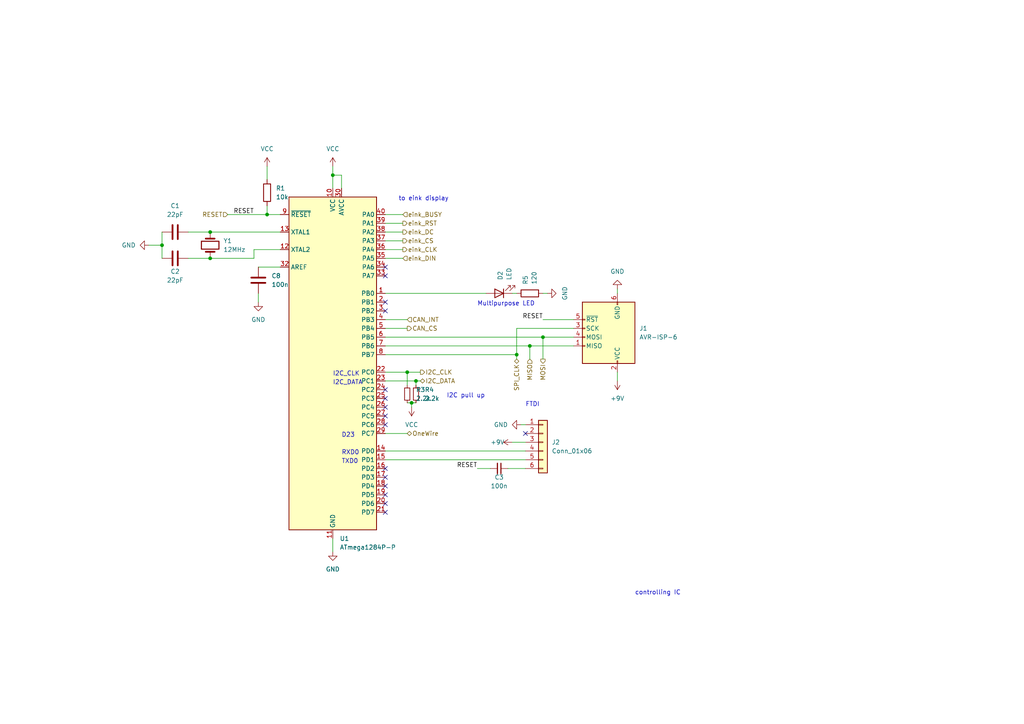
<source format=kicad_sch>
(kicad_sch (version 20211123) (generator eeschema)
  (paper "A4")
  (lib_symbols
    (symbol "Connector:AVR-ISP-6" (pin_names (offset 1.016))
      (property "Reference" "J" (at -6.35 11.43 0))
      (property "Value" "AVR-ISP-6" (at 0 11.43 0))
      (symbol "AVR-ISP-6_0_1"
        (rectangle (start -2.667 -6.858) (end -2.413 -7.62))
        (rectangle (start -2.667 10.16) (end -2.413 9.398))
        (rectangle (start 7.62 -2.413) (end 6.858 -2.667))
        (rectangle (start 7.62 0.127) (end 6.858 -0.127))
        (rectangle (start 7.62 2.667) (end 6.858 2.413))
        (rectangle (start 7.62 5.207) (end 6.858 4.953))
        (rectangle (start 7.62 10.16) (end -7.62 -7.62) (stroke (width 0.254)) (fill (type background)))
      )
      (symbol "AVR-ISP-6_1_1"
        (pin passive line (at 10.16 5.08 180) (length 2.54) (name "MISO") (number "1"))
        (pin passive line (at -2.54 12.7 270) (length 2.54) (name "VCC") (number "2"))
        (pin passive line (at 10.16 0 180) (length 2.54) (name "SCK") (number "3"))
        (pin passive line (at 10.16 2.54 180) (length 2.54) (name "MOSI") (number "4"))
        (pin passive line (at 10.16 -2.54 180) (length 2.54) (name "~{RST}") (number "5"))
        (pin passive line (at -2.54 -10.16 90) (length 2.54) (name "GND") (number "6"))
      )
    )
    (symbol "Connector_Generic:Conn_01x06" (pin_names (offset 1.016) hide)
      (property "Reference" "J" (at 0 7.62 0))
      (property "Value" "Conn_01x06" (at 0 -10.16 0))
      (symbol "Conn_01x06_1_1"
        (rectangle (start -1.27 -7.493) (end 0 -7.747) (stroke (width 0.1524)))
        (rectangle (start -1.27 -4.953) (end 0 -5.207) (stroke (width 0.1524)))
        (rectangle (start -1.27 -2.413) (end 0 -2.667) (stroke (width 0.1524)))
        (rectangle (start -1.27 0.127) (end 0 -0.127) (stroke (width 0.1524)))
        (rectangle (start -1.27 2.667) (end 0 2.413) (stroke (width 0.1524)))
        (rectangle (start -1.27 5.207) (end 0 4.953) (stroke (width 0.1524)))
        (rectangle (start -1.27 6.35) (end 1.27 -8.89) (stroke (width 0.254)) (fill (type background)))
        (pin passive line (at -5.08 5.08 0) (length 3.81) (name "Pin_1") (number "1"))
        (pin passive line (at -5.08 2.54 0) (length 3.81) (name "Pin_2") (number "2"))
        (pin passive line (at -5.08 0 0) (length 3.81) (name "Pin_3") (number "3"))
        (pin passive line (at -5.08 -2.54 0) (length 3.81) (name "Pin_4") (number "4"))
        (pin passive line (at -5.08 -5.08 0) (length 3.81) (name "Pin_5") (number "5"))
        (pin passive line (at -5.08 -7.62 0) (length 3.81) (name "Pin_6") (number "6"))
      )
    )
    (symbol "Device:C" (pin_numbers hide) (pin_names (offset 0.254))
      (property "Reference" "C" (at 0.635 2.54 0))
      (property "Value" "C" (at 0.635 -2.54 0))
      (symbol "C_0_1"
        (polyline (pts (xy -2.032 -0.762) (xy 2.032 -0.762)) (stroke (width 0.508)))
        (polyline (pts (xy -2.032 0.762) (xy 2.032 0.762)) (stroke (width 0.508)))
      )
      (symbol "C_1_1"
        (pin passive line (at 0 3.81 270) (length 2.794) (name "~") (number "1"))
        (pin passive line (at 0 -3.81 90) (length 2.794) (name "~") (number "2"))
      )
    )
    (symbol "Device:C_Small" (pin_numbers hide) (pin_names (offset 0.254) hide)
      (property "Reference" "C" (at 0.254 1.778 0))
      (property "Value" "C_Small" (at 0.254 -2.032 0))
      (symbol "C_Small_0_1"
        (polyline (pts (xy -1.524 -0.508) (xy 1.524 -0.508)) (stroke (width 0.3302)))
        (polyline (pts (xy -1.524 0.508) (xy 1.524 0.508)) (stroke (width 0.3048)))
      )
      (symbol "C_Small_1_1"
        (pin passive line (at 0 2.54 270) (length 2.032) (name "~") (number "1"))
        (pin passive line (at 0 -2.54 90) (length 2.032) (name "~") (number "2"))
      )
    )
    (symbol "Device:Crystal" (pin_numbers hide) (pin_names (offset 1.016) hide)
      (property "Reference" "Y" (at 0 3.81 0))
      (property "Value" "Crystal" (at 0 -3.81 0))
      (symbol "Crystal_0_1"
        (rectangle (start -1.143 2.54) (end 1.143 -2.54) (stroke (width 0.3048)))
        (polyline (pts (xy -2.54 0) (xy -1.905 0)))
        (polyline (pts (xy -1.905 -1.27) (xy -1.905 1.27)) (stroke (width 0.508)))
        (polyline (pts (xy 1.905 -1.27) (xy 1.905 1.27)) (stroke (width 0.508)))
        (polyline (pts (xy 2.54 0) (xy 1.905 0)))
      )
      (symbol "Crystal_1_1"
        (pin passive line (at -3.81 0 0) (length 1.27) (name "1") (number "1"))
        (pin passive line (at 3.81 0 180) (length 1.27) (name "2") (number "2"))
      )
    )
    (symbol "Device:LED" (pin_numbers hide) (pin_names (offset 1.016) hide)
      (property "Reference" "D" (at 0 2.54 0))
      (property "Value" "LED" (at 0 -2.54 0))
      (symbol "LED_0_1"
        (polyline (pts (xy -1.27 -1.27) (xy -1.27 1.27)) (stroke (width 0.254)))
        (polyline (pts (xy -1.27 0) (xy 1.27 0)))
        (polyline (pts (xy 1.27 -1.27) (xy 1.27 1.27) (xy -1.27 0) (xy 1.27 -1.27)) (stroke (width 0.254)))
        (polyline (pts (xy -3.048 -0.762) (xy -4.572 -2.286) (xy -3.81 -2.286) (xy -4.572 -2.286) (xy -4.572 -1.524)))
        (polyline (pts (xy -1.778 -0.762) (xy -3.302 -2.286) (xy -2.54 -2.286) (xy -3.302 -2.286) (xy -3.302 -1.524)))
      )
      (symbol "LED_1_1"
        (pin passive line (at -3.81 0 0) (length 2.54) (name "K") (number "1"))
        (pin passive line (at 3.81 0 180) (length 2.54) (name "A") (number "2"))
      )
    )
    (symbol "Device:R" (pin_numbers hide) (pin_names (offset 0))
      (property "Reference" "R" (at 2.032 0 90))
      (property "Value" "R" (at 0 0 90))
      (symbol "R_0_1"
        (rectangle (start -1.016 -2.54) (end 1.016 2.54) (stroke (width 0.254)))
      )
      (symbol "R_1_1"
        (pin passive line (at 0 3.81 270) (length 1.27) (name "~") (number "1"))
        (pin passive line (at 0 -3.81 90) (length 1.27) (name "~") (number "2"))
      )
    )
    (symbol "Device:R_Small" (pin_numbers hide) (pin_names (offset 0.254) hide)
      (property "Reference" "R" (at 0.762 0.508 0))
      (property "Value" "R_Small" (at 0.762 -1.016 0))
      (symbol "R_Small_0_1"
        (rectangle (start -0.762 1.778) (end 0.762 -1.778) (stroke (width 0.2032)))
      )
      (symbol "R_Small_1_1"
        (pin passive line (at 0 2.54 270) (length 0.762) (name "~") (number "1"))
        (pin passive line (at 0 -2.54 90) (length 0.762) (name "~") (number "2"))
      )
    )
    (symbol "MCU_Microchip_ATmega:ATmega1284P-P"
      (property "Reference" "U" (at -12.7 49.53 0))
      (property "Value" "ATmega1284P-P" (at 2.54 -49.53 0))
      (symbol "ATmega1284P-P_0_1"
        (rectangle (start -12.7 -48.26) (end 12.7 48.26) (stroke (width 0.254)) (fill (type background)))
      )
      (symbol "ATmega1284P-P_1_1"
        (pin bidirectional line (at 15.24 20.32 180) (length 2.54) (name "PB0") (number "1"))
        (pin power_in line (at 0 50.8 270) (length 2.54) (name "VCC") (number "10"))
        (pin power_in line (at 0 -50.8 90) (length 2.54) (name "GND") (number "11"))
        (pin output line (at -15.24 33.02 0) (length 2.54) (name "XTAL2") (number "12"))
        (pin input line (at -15.24 38.1 0) (length 2.54) (name "XTAL1") (number "13"))
        (pin bidirectional line (at 15.24 -25.4 180) (length 2.54) (name "PD0") (number "14"))
        (pin bidirectional line (at 15.24 -27.94 180) (length 2.54) (name "PD1") (number "15"))
        (pin bidirectional line (at 15.24 -30.48 180) (length 2.54) (name "PD2") (number "16"))
        (pin bidirectional line (at 15.24 -33.02 180) (length 2.54) (name "PD3") (number "17"))
        (pin bidirectional line (at 15.24 -35.56 180) (length 2.54) (name "PD4") (number "18"))
        (pin bidirectional line (at 15.24 -38.1 180) (length 2.54) (name "PD5") (number "19"))
        (pin bidirectional line (at 15.24 17.78 180) (length 2.54) (name "PB1") (number "2"))
        (pin bidirectional line (at 15.24 -40.64 180) (length 2.54) (name "PD6") (number "20"))
        (pin bidirectional line (at 15.24 -43.18 180) (length 2.54) (name "PD7") (number "21"))
        (pin bidirectional line (at 15.24 -2.54 180) (length 2.54) (name "PC0") (number "22"))
        (pin bidirectional line (at 15.24 -5.08 180) (length 2.54) (name "PC1") (number "23"))
        (pin bidirectional line (at 15.24 -7.62 180) (length 2.54) (name "PC2") (number "24"))
        (pin bidirectional line (at 15.24 -10.16 180) (length 2.54) (name "PC3") (number "25"))
        (pin bidirectional line (at 15.24 -12.7 180) (length 2.54) (name "PC4") (number "26"))
        (pin bidirectional line (at 15.24 -15.24 180) (length 2.54) (name "PC5") (number "27"))
        (pin bidirectional line (at 15.24 -17.78 180) (length 2.54) (name "PC6") (number "28"))
        (pin bidirectional line (at 15.24 -20.32 180) (length 2.54) (name "PC7") (number "29"))
        (pin bidirectional line (at 15.24 15.24 180) (length 2.54) (name "PB2") (number "3"))
        (pin power_in line (at 2.54 50.8 270) (length 2.54) (name "AVCC") (number "30"))
        (pin passive line (at 0 -50.8 90) (length 2.54) hide (name "GND") (number "31"))
        (pin passive line (at -15.24 27.94 0) (length 2.54) (name "AREF") (number "32"))
        (pin bidirectional line (at 15.24 25.4 180) (length 2.54) (name "PA7") (number "33"))
        (pin bidirectional line (at 15.24 27.94 180) (length 2.54) (name "PA6") (number "34"))
        (pin bidirectional line (at 15.24 30.48 180) (length 2.54) (name "PA5") (number "35"))
        (pin bidirectional line (at 15.24 33.02 180) (length 2.54) (name "PA4") (number "36"))
        (pin bidirectional line (at 15.24 35.56 180) (length 2.54) (name "PA3") (number "37"))
        (pin bidirectional line (at 15.24 38.1 180) (length 2.54) (name "PA2") (number "38"))
        (pin bidirectional line (at 15.24 40.64 180) (length 2.54) (name "PA1") (number "39"))
        (pin bidirectional line (at 15.24 12.7 180) (length 2.54) (name "PB3") (number "4"))
        (pin bidirectional line (at 15.24 43.18 180) (length 2.54) (name "PA0") (number "40"))
        (pin bidirectional line (at 15.24 10.16 180) (length 2.54) (name "PB4") (number "5"))
        (pin bidirectional line (at 15.24 7.62 180) (length 2.54) (name "PB5") (number "6"))
        (pin bidirectional line (at 15.24 5.08 180) (length 2.54) (name "PB6") (number "7"))
        (pin bidirectional line (at 15.24 2.54 180) (length 2.54) (name "PB7") (number "8"))
        (pin input line (at -15.24 43.18 0) (length 2.54) (name "~{RESET}") (number "9"))
      )
    )
    (symbol "power:+9V" (power) (pin_names (offset 0))
      (property "Value" "+9V" (at 0 3.556 0))
      (symbol "+9V_0_1"
        (polyline (pts (xy -0.762 1.27) (xy 0 2.54)))
        (polyline (pts (xy 0 0) (xy 0 2.54)))
        (polyline (pts (xy 0 2.54) (xy 0.762 1.27)))
      )
      (symbol "+9V_1_1"
        (pin power_in line (at 0 0 90) (length 0) hide (name "+9V") (number "1"))
      )
    )
    (symbol "power:GND" (power) (pin_names (offset 0))
      (property "Value" "GND" (at 0 -3.81 0))
      (symbol "GND_0_1"
        (polyline (pts (xy 0 0) (xy 0 -1.27) (xy 1.27 -1.27) (xy 0 -2.54) (xy -1.27 -1.27) (xy 0 -1.27)))
      )
      (symbol "GND_1_1"
        (pin power_in line (at 0 0 270) (length 0) hide (name "GND") (number "1"))
      )
    )
    (symbol "power:VCC" (power) (pin_names (offset 0))
      (property "Value" "VCC" (at 0 3.81 0))
      (symbol "VCC_0_1"
        (polyline (pts (xy -0.762 1.27) (xy 0 2.54)))
        (polyline (pts (xy 0 0) (xy 0 2.54)))
        (polyline (pts (xy 0 2.54) (xy 0.762 1.27)))
      )
      (symbol "VCC_1_1"
        (pin power_in line (at 0 0 90) (length 0) hide (name "VCC") (number "1"))
      )
    )
  )
  (junction (at 157.48 97.79))
  (junction (at 118.11 107.95))
  (junction (at 60.96 67.31))
  (junction (at 96.52 50.8))
  (junction (at 119.38 116.84))
  (junction (at 46.99 71.12))
  (junction (at 153.67 100.33))
  (junction (at 120.65 110.49))
  (junction (at 60.96 74.93))
  (junction (at 149.86 102.87))
  (junction (at 77.47 62.23))
  (no_connect (at 111.76 123.19))
  (no_connect (at 111.76 143.51))
  (no_connect (at 111.76 87.63))
  (no_connect (at 111.76 135.89))
  (no_connect (at 152.4 125.73))
  (no_connect (at 111.76 140.97))
  (no_connect (at 111.76 120.65))
  (no_connect (at 111.76 146.05))
  (no_connect (at 111.76 90.17))
  (no_connect (at 111.76 138.43))
  (no_connect (at 111.76 118.11))
  (no_connect (at 111.76 115.57))
  (no_connect (at 111.76 148.59))
  (no_connect (at 111.76 80.01))
  (no_connect (at 111.76 77.47))
  (no_connect (at 111.76 113.03))
  (wire (pts (xy 179.07 83.82) (xy 179.07 85.09)))
  (wire (pts (xy 96.52 48.26) (xy 96.52 50.8)))
  (wire (pts (xy 43.18 71.12) (xy 46.99 71.12)))
  (wire (pts (xy 111.76 110.49) (xy 120.65 110.49)))
  (wire (pts (xy 111.76 107.95) (xy 118.11 107.95)))
  (wire (pts (xy 118.11 107.95) (xy 121.92 107.95)))
  (wire (pts (xy 60.96 67.31) (xy 81.28 67.31)))
  (wire (pts (xy 111.76 69.85) (xy 116.84 69.85)))
  (wire (pts (xy 81.28 72.39) (xy 73.66 72.39)))
  (wire (pts (xy 111.76 130.81) (xy 152.4 130.81)))
  (wire (pts (xy 153.67 100.33) (xy 166.37 100.33)))
  (wire (pts (xy 66.04 62.23) (xy 77.47 62.23)))
  (wire (pts (xy 54.61 74.93) (xy 60.96 74.93)))
  (wire (pts (xy 99.06 50.8) (xy 96.52 50.8)))
  (wire (pts (xy 73.66 74.93) (xy 60.96 74.93)))
  (wire (pts (xy 157.48 97.79) (xy 166.37 97.79)))
  (wire (pts (xy 96.52 156.21) (xy 96.52 160.02)))
  (wire (pts (xy 77.47 62.23) (xy 81.28 62.23)))
  (wire (pts (xy 77.47 48.26) (xy 77.47 52.07)))
  (wire (pts (xy 99.06 54.61) (xy 99.06 50.8)))
  (wire (pts (xy 147.32 135.89) (xy 152.4 135.89)))
  (wire (pts (xy 179.07 107.95) (xy 179.07 110.49)))
  (wire (pts (xy 111.76 67.31) (xy 116.84 67.31)))
  (wire (pts (xy 73.66 72.39) (xy 73.66 74.93)))
  (wire (pts (xy 111.76 95.25) (xy 118.11 95.25)))
  (wire (pts (xy 111.76 85.09) (xy 140.97 85.09)))
  (wire (pts (xy 111.76 92.71) (xy 118.11 92.71)))
  (wire (pts (xy 148.59 85.09) (xy 149.86 85.09)))
  (wire (pts (xy 111.76 74.93) (xy 116.84 74.93)))
  (wire (pts (xy 74.93 85.09) (xy 74.93 87.63)))
  (wire (pts (xy 119.38 116.84) (xy 120.65 116.84)))
  (wire (pts (xy 118.11 116.84) (xy 119.38 116.84)))
  (wire (pts (xy 157.48 92.71) (xy 166.37 92.71)))
  (wire (pts (xy 111.76 62.23) (xy 116.84 62.23)))
  (wire (pts (xy 54.61 67.31) (xy 60.96 67.31)))
  (wire (pts (xy 153.67 100.33) (xy 153.67 104.14)))
  (wire (pts (xy 119.38 116.84) (xy 119.38 118.11)))
  (wire (pts (xy 77.47 59.69) (xy 77.47 62.23)))
  (wire (pts (xy 111.76 102.87) (xy 149.86 102.87)))
  (wire (pts (xy 157.48 97.79) (xy 157.48 104.14)))
  (wire (pts (xy 46.99 67.31) (xy 46.99 71.12)))
  (wire (pts (xy 111.76 100.33) (xy 153.67 100.33)))
  (wire (pts (xy 151.13 123.19) (xy 152.4 123.19)))
  (wire (pts (xy 111.76 72.39) (xy 116.84 72.39)))
  (wire (pts (xy 149.86 102.87) (xy 149.86 104.14)))
  (wire (pts (xy 111.76 97.79) (xy 157.48 97.79)))
  (wire (pts (xy 148.59 128.27) (xy 152.4 128.27)))
  (wire (pts (xy 120.65 110.49) (xy 120.65 111.76)))
  (wire (pts (xy 120.65 110.49) (xy 121.92 110.49)))
  (wire (pts (xy 157.48 85.09) (xy 158.75 85.09)))
  (wire (pts (xy 149.86 102.87) (xy 149.86 95.25)))
  (wire (pts (xy 111.76 125.73) (xy 118.11 125.73)))
  (wire (pts (xy 111.76 64.77) (xy 116.84 64.77)))
  (wire (pts (xy 96.52 50.8) (xy 96.52 54.61)))
  (wire (pts (xy 74.93 77.47) (xy 81.28 77.47)))
  (wire (pts (xy 138.43 135.89) (xy 142.24 135.89)))
  (wire (pts (xy 111.76 133.35) (xy 152.4 133.35)))
  (wire (pts (xy 46.99 71.12) (xy 46.99 74.93)))
  (wire (pts (xy 149.86 95.25) (xy 166.37 95.25)))
  (wire (pts (xy 118.11 107.95) (xy 118.11 111.76)))
  (text "I2C pull up" (at 129.54 115.57 0) (effects (font (size 1.27 1.27)) (justify left bottom)))
  (text "Multipurpose LED" (at 138.43 88.9 0) (effects (font (size 1.27 1.27)) (justify left bottom)))
  (text "I2C_DATA" (at 96.52 111.76 0) (effects (font (size 1.27 1.27)) (justify left bottom)))
  (text "to eink display" (at 115.57 58.42 0) (effects (font (size 1.27 1.27)) (justify left bottom)))
  (text "FTDI" (at 152.4 118.11 0) (effects (font (size 1.27 1.27)) (justify left bottom)))
  (text "TXD0" (at 99.06 134.62 0) (effects (font (size 1.27 1.27)) (justify left bottom)))
  (text "D23" (at 99.06 127 0) (effects (font (size 1.27 1.27)) (justify left bottom)))
  (text "controlling IC" (at 184.15 172.72 0) (effects (font (size 1.27 1.27)) (justify left bottom)))
  (text "RXD0" (at 99.06 132.08 0) (effects (font (size 1.27 1.27)) (justify left bottom)))
  (text "I2C_CLK" (at 96.52 109.22 0) (effects (font (size 1.27 1.27)) (justify left bottom)))
  (label "RESET" (at 73.66 62.23 180))
  (label "RESET" (at 138.43 135.89 180))
  (label "RESET" (at 157.48 92.71 180))
  (hierarchical_label "CAN_INT" (shape input) (at 118.11 92.71 0))
  (hierarchical_label "MISO" (shape input) (at 153.67 104.14 270))
  (hierarchical_label "SPI_CLK" (shape bidirectional) (at 149.86 104.14 270))
  (hierarchical_label "eink_DIN" (shape input) (at 116.84 74.93 0))
  (hierarchical_label "I2C_CLK" (shape output) (at 121.92 107.95 0))
  (hierarchical_label "MOSI" (shape output) (at 157.48 104.14 270))
  (hierarchical_label "eink_CS" (shape output) (at 116.84 69.85 0))
  (hierarchical_label "OneWire" (shape bidirectional) (at 118.11 125.73 0))
  (hierarchical_label "RESET" (shape input) (at 66.04 62.23 180))
  (hierarchical_label "eink_BUSY" (shape input) (at 116.84 62.23 0))
  (hierarchical_label "CAN_CS" (shape output) (at 118.11 95.25 0))
  (hierarchical_label "eink_DC" (shape output) (at 116.84 67.31 0))
  (hierarchical_label "eink_CLK" (shape output) (at 116.84 72.39 0))
  (hierarchical_label "I2C_DATA" (shape bidirectional) (at 121.92 110.49 0))
  (hierarchical_label "eink_RST" (shape output) (at 116.84 64.77 0))
  (symbol (lib_id "Device:C") (at 50.8 67.31 90) (unit 1)
    (property "Reference" "C1" (at 50.8 59.69 90))
    (property "Value" "22pF" (at 50.8 62.23 90))
    (property "Footprint" "Capacitor_SMD:C_1206_3216Metric_Pad1.33x1.80mm_HandSolder" (effects hide))
  )
  (symbol (lib_id "power:+9V") (at 179.07 110.49 180) (unit 1)
    (property "Reference" "#PWR038" (effects hide))
    (property "Value" "+9V" (at 179.07 115.57 0))
  )
  (symbol (lib_id "power:VCC") (at 119.38 118.11 180) (unit 1)
    (property "Reference" "#PWR037" (effects hide))
    (property "Value" "VCC" (at 119.38 123.19 0))
  )
  (symbol (lib_id "Device:LED") (at 144.78 85.09 180) (unit 1)
    (property "Reference" "D2" (at 145.0974 81.28 90) (effects (justify right)))
    (property "Value" "LED" (at 147.6374 81.28 90) (effects (justify right)))
    (property "Footprint" "LED_SMD:LED_1206_3216Metric_Pad1.42x1.75mm_HandSolder" (effects hide))
  )
  (symbol (lib_id "Connector_Generic:Conn_01x06") (at 157.48 128.27 0) (unit 1)
    (property "Reference" "J2" (at 160.02 128.2699 0) (effects (justify left)))
    (property "Value" "Conn_01x06" (at 160.02 130.8099 0) (effects (justify left)))
    (property "Footprint" "Connector_PinSocket_2.54mm:PinSocket_1x06_P2.54mm_Vertical" (effects hide))
  )
  (symbol (lib_id "power:VCC") (at 77.47 48.26 0) (unit 1)
    (property "Reference" "#PWR024" (effects hide))
    (property "Value" "VCC" (at 77.47 43.18 0))
  )
  (symbol (lib_id "Device:Crystal") (at 60.96 71.12 90) (unit 1)
    (property "Reference" "Y1" (at 64.77 69.8499 90) (effects (justify right)))
    (property "Value" "12MHz" (at 64.77 72.3899 90) (effects (justify right)))
    (property "Footprint" "Crystal:Crystal_SMD_HC49-SD_HandSoldering" (effects hide))
  )
  (symbol (lib_id "MCU_Microchip_ATmega:ATmega1284P-P") (at 96.52 105.41 0) (unit 1)
    (property "Reference" "U1" (at 98.5394 156.21 0) (effects (justify left)))
    (property "Value" "ATmega1284P-P" (at 98.5394 158.75 0) (effects (justify left)))
    (property "Footprint" "Package_DIP:DIP-40_W15.24mm" (effects hide))
    (property "Datasheet" "http://ww1.microchip.com/downloads/en/DeviceDoc/Atmel-8272-8-bit-AVR-microcontroller-ATmega164A_PA-324A_PA-644A_PA-1284_P_datasheet.pdf" (effects hide))
  )
  (symbol (lib_id "power:GND") (at 43.18 71.12 270) (unit 1)
    (property "Reference" "#PWR01" (effects hide))
    (property "Value" "GND" (at 39.37 71.1199 90) (effects (justify right)))
  )
  (symbol (lib_id "power:GND") (at 74.93 87.63 0) (unit 1)
    (property "Reference" "#PWR021" (effects hide))
    (property "Value" "GND" (at 74.93 92.71 0))
  )
  (symbol (lib_id "power:GND") (at 158.75 85.09 90) (unit 1)
    (property "Reference" "#PWR040" (effects hide))
    (property "Value" "GND" (at 163.83 85.09 0))
  )
  (symbol (lib_id "Device:C") (at 50.8 74.93 90) (unit 1)
    (property "Reference" "C2" (at 50.8 78.74 90))
    (property "Value" "22pF" (at 50.8 81.28 90))
    (property "Footprint" "Capacitor_SMD:C_1206_3216Metric_Pad1.33x1.80mm_HandSolder" (effects hide))
  )
  (symbol (lib_id "Device:C_Small") (at 144.78 135.89 270) (unit 1)
    (property "Reference" "C3" (at 144.78 138.43 90))
    (property "Value" "100n" (at 144.78 140.97 90))
    (property "Footprint" "Capacitor_SMD:C_1206_3216Metric_Pad1.33x1.80mm_HandSolder" (effects hide))
  )
  (symbol (lib_id "Device:R_Small") (at 118.11 114.3 0) (unit 1)
    (property "Reference" "R3" (at 120.65 113.0299 0) (effects (justify left)))
    (property "Value" "2.2k" (at 120.65 115.5699 0) (effects (justify left)))
    (property "Footprint" "Resistor_SMD:R_1206_3216Metric_Pad1.30x1.75mm_HandSolder" (effects hide))
  )
  (symbol (lib_id "power:VCC") (at 96.52 48.26 0) (unit 1)
    (property "Reference" "#PWR025" (effects hide))
    (property "Value" "VCC" (at 96.52 43.18 0))
  )
  (symbol (lib_id "power:GND") (at 179.07 83.82 180) (unit 1)
    (property "Reference" "#PWR02" (effects hide))
    (property "Value" "GND" (at 179.07 78.74 0))
  )
  (symbol (lib_id "Device:R") (at 77.47 55.88 0) (unit 1)
    (property "Reference" "R1" (at 80.01 54.6099 0) (effects (justify left)))
    (property "Value" "10k" (at 80.01 57.1499 0) (effects (justify left)))
    (property "Footprint" "Resistor_SMD:R_1206_3216Metric_Pad1.30x1.75mm_HandSolder" (effects hide))
  )
  (symbol (lib_id "Connector:AVR-ISP-6") (at 176.53 95.25 180) (unit 1)
    (property "Reference" "J1" (at 185.42 95.2499 0) (effects (justify right)))
    (property "Value" "AVR-ISP-6" (at 185.42 97.7899 0) (effects (justify right)))
    (property "Footprint" "Connector_PinHeader_2.54mm:PinHeader_2x03_P2.54mm_Vertical" (effects hide))
    (property "Datasheet" " ~" (effects hide))
  )
  (symbol (lib_id "power:GND") (at 96.52 160.02 0) (unit 1)
    (property "Reference" "#PWR036" (effects hide))
    (property "Value" "GND" (at 96.52 165.1 0))
  )
  (symbol (lib_id "Device:R_Small") (at 120.65 114.3 0) (unit 1)
    (property "Reference" "R4" (at 123.19 113.0299 0) (effects (justify left)))
    (property "Value" "2.2k" (at 123.19 115.5699 0) (effects (justify left)))
    (property "Footprint" "Resistor_SMD:R_1206_3216Metric_Pad1.30x1.75mm_HandSolder" (effects hide))
  )
  (symbol (lib_id "Device:C") (at 74.93 81.28 0) (unit 1)
    (property "Reference" "C8" (at 78.74 80.0099 0) (effects (justify left)))
    (property "Value" "100n" (at 78.74 82.5499 0) (effects (justify left)))
    (property "Footprint" "Capacitor_SMD:C_1206_3216Metric_Pad1.33x1.80mm_HandSolder" (effects hide))
  )
  (symbol (lib_id "Device:R") (at 153.67 85.09 90) (unit 1)
    (property "Reference" "R5" (at 152.3999 82.55 0) (effects (justify left)))
    (property "Value" "120" (at 154.9399 82.55 0) (effects (justify left)))
    (property "Footprint" "Resistor_SMD:R_1206_3216Metric_Pad1.30x1.75mm_HandSolder" (effects hide))
  )
  (symbol (lib_id "power:GND") (at 151.13 123.19 270) (unit 1)
    (property "Reference" "#PWR03" (effects hide))
    (property "Value" "GND" (at 147.32 123.1899 90) (effects (justify right)))
  )
  (symbol (lib_id "power:+9V") (at 148.59 128.27 90) (unit 1)
    (property "Reference" "#PWR020" (effects hide))
    (property "Value" "+9V" (at 142.24 128.27 90) (effects (justify right)))
  )
)
</source>
